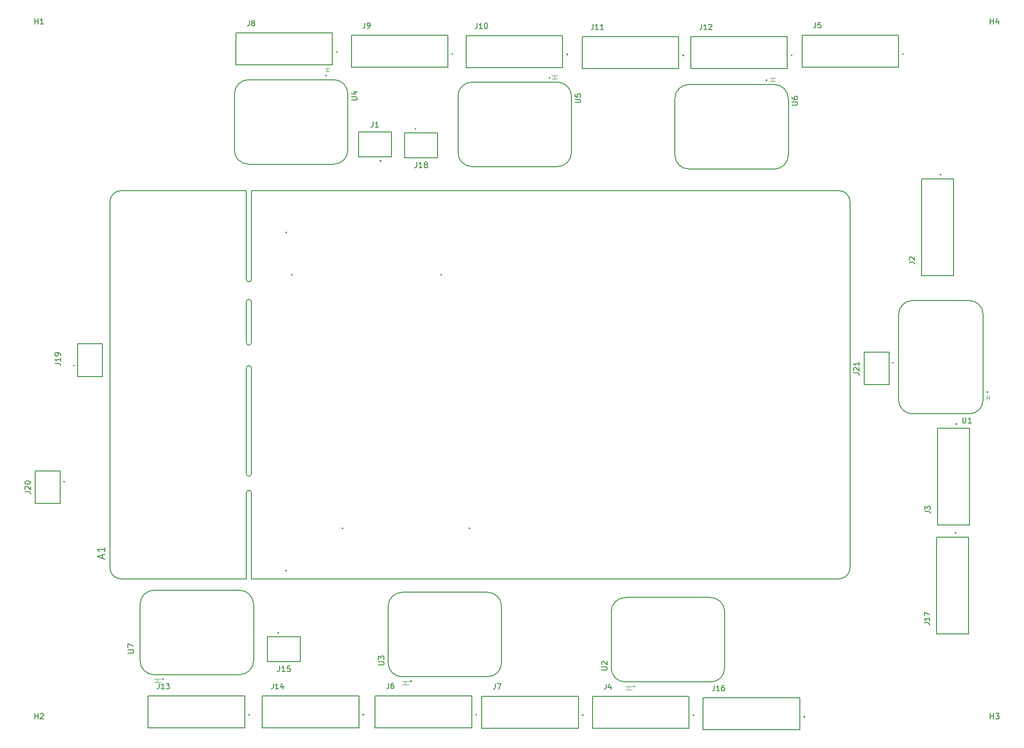
<source format=gbr>
%TF.GenerationSoftware,KiCad,Pcbnew,9.0.2*%
%TF.CreationDate,2025-12-22T22:41:59+05:30*%
%TF.ProjectId,its_a_wrap,6974735f-615f-4777-9261-702e6b696361,rev?*%
%TF.SameCoordinates,Original*%
%TF.FileFunction,Legend,Top*%
%TF.FilePolarity,Positive*%
%FSLAX46Y46*%
G04 Gerber Fmt 4.6, Leading zero omitted, Abs format (unit mm)*
G04 Created by KiCad (PCBNEW 9.0.2) date 2025-12-22 22:41:59*
%MOMM*%
%LPD*%
G01*
G04 APERTURE LIST*
%ADD10C,0.150000*%
%ADD11C,0.127000*%
%ADD12C,0.200000*%
%ADD13C,0.100000*%
G04 APERTURE END LIST*
D10*
X39768095Y-154494819D02*
X39768095Y-153494819D01*
X39768095Y-153971009D02*
X40339523Y-153971009D01*
X40339523Y-154494819D02*
X40339523Y-153494819D01*
X40768095Y-153590057D02*
X40815714Y-153542438D01*
X40815714Y-153542438D02*
X40910952Y-153494819D01*
X40910952Y-153494819D02*
X41149047Y-153494819D01*
X41149047Y-153494819D02*
X41244285Y-153542438D01*
X41244285Y-153542438D02*
X41291904Y-153590057D01*
X41291904Y-153590057D02*
X41339523Y-153685295D01*
X41339523Y-153685295D02*
X41339523Y-153780533D01*
X41339523Y-153780533D02*
X41291904Y-153923390D01*
X41291904Y-153923390D02*
X40720476Y-154494819D01*
X40720476Y-154494819D02*
X41339523Y-154494819D01*
X180435039Y-28934439D02*
X180435039Y-29609355D01*
X180435039Y-29609355D02*
X180390044Y-29744338D01*
X180390044Y-29744338D02*
X180300056Y-29834327D01*
X180300056Y-29834327D02*
X180165072Y-29879321D01*
X180165072Y-29879321D02*
X180075084Y-29879321D01*
X181334926Y-28934439D02*
X180884982Y-28934439D01*
X180884982Y-28934439D02*
X180839988Y-29384383D01*
X180839988Y-29384383D02*
X180884982Y-29339388D01*
X180884982Y-29339388D02*
X180974971Y-29294394D01*
X180974971Y-29294394D02*
X181199943Y-29294394D01*
X181199943Y-29294394D02*
X181289932Y-29339388D01*
X181289932Y-29339388D02*
X181334926Y-29384383D01*
X181334926Y-29384383D02*
X181379921Y-29474371D01*
X181379921Y-29474371D02*
X181379921Y-29699343D01*
X181379921Y-29699343D02*
X181334926Y-29789332D01*
X181334926Y-29789332D02*
X181289932Y-29834327D01*
X181289932Y-29834327D02*
X181199943Y-29879321D01*
X181199943Y-29879321D02*
X180974971Y-29879321D01*
X180974971Y-29879321D02*
X180884982Y-29834327D01*
X180884982Y-29834327D02*
X180839988Y-29789332D01*
X197289439Y-72094960D02*
X197964355Y-72094960D01*
X197964355Y-72094960D02*
X198099338Y-72139955D01*
X198099338Y-72139955D02*
X198189327Y-72229943D01*
X198189327Y-72229943D02*
X198234321Y-72364927D01*
X198234321Y-72364927D02*
X198234321Y-72454915D01*
X197379428Y-71690011D02*
X197334433Y-71645017D01*
X197334433Y-71645017D02*
X197289439Y-71555028D01*
X197289439Y-71555028D02*
X197289439Y-71330056D01*
X197289439Y-71330056D02*
X197334433Y-71240067D01*
X197334433Y-71240067D02*
X197379428Y-71195073D01*
X197379428Y-71195073D02*
X197469416Y-71150078D01*
X197469416Y-71150078D02*
X197559405Y-71150078D01*
X197559405Y-71150078D02*
X197694388Y-71195073D01*
X197694388Y-71195073D02*
X198234321Y-71735005D01*
X198234321Y-71735005D02*
X198234321Y-71150078D01*
X211918095Y-29174819D02*
X211918095Y-28174819D01*
X211918095Y-28651009D02*
X212489523Y-28651009D01*
X212489523Y-29174819D02*
X212489523Y-28174819D01*
X213394285Y-28508152D02*
X213394285Y-29174819D01*
X213156190Y-28127200D02*
X212918095Y-28841485D01*
X212918095Y-28841485D02*
X213537142Y-28841485D01*
X108565476Y-54089819D02*
X108565476Y-54804104D01*
X108565476Y-54804104D02*
X108517857Y-54946961D01*
X108517857Y-54946961D02*
X108422619Y-55042200D01*
X108422619Y-55042200D02*
X108279762Y-55089819D01*
X108279762Y-55089819D02*
X108184524Y-55089819D01*
X109565476Y-55089819D02*
X108994048Y-55089819D01*
X109279762Y-55089819D02*
X109279762Y-54089819D01*
X109279762Y-54089819D02*
X109184524Y-54232676D01*
X109184524Y-54232676D02*
X109089286Y-54327914D01*
X109089286Y-54327914D02*
X108994048Y-54375533D01*
X110136905Y-54518390D02*
X110041667Y-54470771D01*
X110041667Y-54470771D02*
X109994048Y-54423152D01*
X109994048Y-54423152D02*
X109946429Y-54327914D01*
X109946429Y-54327914D02*
X109946429Y-54280295D01*
X109946429Y-54280295D02*
X109994048Y-54185057D01*
X109994048Y-54185057D02*
X110041667Y-54137438D01*
X110041667Y-54137438D02*
X110136905Y-54089819D01*
X110136905Y-54089819D02*
X110327381Y-54089819D01*
X110327381Y-54089819D02*
X110422619Y-54137438D01*
X110422619Y-54137438D02*
X110470238Y-54185057D01*
X110470238Y-54185057D02*
X110517857Y-54280295D01*
X110517857Y-54280295D02*
X110517857Y-54327914D01*
X110517857Y-54327914D02*
X110470238Y-54423152D01*
X110470238Y-54423152D02*
X110422619Y-54470771D01*
X110422619Y-54470771D02*
X110327381Y-54518390D01*
X110327381Y-54518390D02*
X110136905Y-54518390D01*
X110136905Y-54518390D02*
X110041667Y-54566009D01*
X110041667Y-54566009D02*
X109994048Y-54613628D01*
X109994048Y-54613628D02*
X109946429Y-54708866D01*
X109946429Y-54708866D02*
X109946429Y-54899342D01*
X109946429Y-54899342D02*
X109994048Y-54994580D01*
X109994048Y-54994580D02*
X110041667Y-55042200D01*
X110041667Y-55042200D02*
X110136905Y-55089819D01*
X110136905Y-55089819D02*
X110327381Y-55089819D01*
X110327381Y-55089819D02*
X110422619Y-55042200D01*
X110422619Y-55042200D02*
X110470238Y-54994580D01*
X110470238Y-54994580D02*
X110517857Y-54899342D01*
X110517857Y-54899342D02*
X110517857Y-54708866D01*
X110517857Y-54708866D02*
X110470238Y-54613628D01*
X110470238Y-54613628D02*
X110422619Y-54566009D01*
X110422619Y-54566009D02*
X110327381Y-54518390D01*
X52000866Y-125534999D02*
X52000866Y-124868332D01*
X52400866Y-125668332D02*
X51000866Y-125201666D01*
X51000866Y-125201666D02*
X52400866Y-124734999D01*
X52400866Y-123534999D02*
X52400866Y-124334999D01*
X52400866Y-123934999D02*
X51000866Y-123934999D01*
X51000866Y-123934999D02*
X51200866Y-124068332D01*
X51200866Y-124068332D02*
X51334200Y-124201666D01*
X51334200Y-124201666D02*
X51400866Y-124334999D01*
X137099819Y-43336904D02*
X137909342Y-43336904D01*
X137909342Y-43336904D02*
X138004580Y-43289285D01*
X138004580Y-43289285D02*
X138052200Y-43241666D01*
X138052200Y-43241666D02*
X138099819Y-43146428D01*
X138099819Y-43146428D02*
X138099819Y-42955952D01*
X138099819Y-42955952D02*
X138052200Y-42860714D01*
X138052200Y-42860714D02*
X138004580Y-42813095D01*
X138004580Y-42813095D02*
X137909342Y-42765476D01*
X137909342Y-42765476D02*
X137099819Y-42765476D01*
X137099819Y-41813095D02*
X137099819Y-42289285D01*
X137099819Y-42289285D02*
X137576009Y-42336904D01*
X137576009Y-42336904D02*
X137528390Y-42289285D01*
X137528390Y-42289285D02*
X137480771Y-42194047D01*
X137480771Y-42194047D02*
X137480771Y-41955952D01*
X137480771Y-41955952D02*
X137528390Y-41860714D01*
X137528390Y-41860714D02*
X137576009Y-41813095D01*
X137576009Y-41813095D02*
X137671247Y-41765476D01*
X137671247Y-41765476D02*
X137909342Y-41765476D01*
X137909342Y-41765476D02*
X138004580Y-41813095D01*
X138004580Y-41813095D02*
X138052200Y-41860714D01*
X138052200Y-41860714D02*
X138099819Y-41955952D01*
X138099819Y-41955952D02*
X138099819Y-42194047D01*
X138099819Y-42194047D02*
X138052200Y-42289285D01*
X138052200Y-42289285D02*
X138004580Y-42336904D01*
X119472595Y-29034439D02*
X119472595Y-29709355D01*
X119472595Y-29709355D02*
X119427600Y-29844338D01*
X119427600Y-29844338D02*
X119337612Y-29934327D01*
X119337612Y-29934327D02*
X119202628Y-29979321D01*
X119202628Y-29979321D02*
X119112640Y-29979321D01*
X120417477Y-29979321D02*
X119877544Y-29979321D01*
X120147510Y-29979321D02*
X120147510Y-29034439D01*
X120147510Y-29034439D02*
X120057522Y-29169422D01*
X120057522Y-29169422D02*
X119967533Y-29259411D01*
X119967533Y-29259411D02*
X119877544Y-29304405D01*
X121002404Y-29034439D02*
X121092393Y-29034439D01*
X121092393Y-29034439D02*
X121182381Y-29079433D01*
X121182381Y-29079433D02*
X121227376Y-29124428D01*
X121227376Y-29124428D02*
X121272370Y-29214416D01*
X121272370Y-29214416D02*
X121317365Y-29394394D01*
X121317365Y-29394394D02*
X121317365Y-29619366D01*
X121317365Y-29619366D02*
X121272370Y-29799343D01*
X121272370Y-29799343D02*
X121227376Y-29889332D01*
X121227376Y-29889332D02*
X121182381Y-29934327D01*
X121182381Y-29934327D02*
X121092393Y-29979321D01*
X121092393Y-29979321D02*
X121002404Y-29979321D01*
X121002404Y-29979321D02*
X120912415Y-29934327D01*
X120912415Y-29934327D02*
X120867421Y-29889332D01*
X120867421Y-29889332D02*
X120822426Y-29799343D01*
X120822426Y-29799343D02*
X120777432Y-29619366D01*
X120777432Y-29619366D02*
X120777432Y-29394394D01*
X120777432Y-29394394D02*
X120822426Y-29214416D01*
X120822426Y-29214416D02*
X120867421Y-29124428D01*
X120867421Y-29124428D02*
X120912415Y-29079433D01*
X120912415Y-29079433D02*
X121002404Y-29034439D01*
X62172595Y-148084439D02*
X62172595Y-148759355D01*
X62172595Y-148759355D02*
X62127600Y-148894338D01*
X62127600Y-148894338D02*
X62037612Y-148984327D01*
X62037612Y-148984327D02*
X61902628Y-149029321D01*
X61902628Y-149029321D02*
X61812640Y-149029321D01*
X63117477Y-149029321D02*
X62577544Y-149029321D01*
X62847510Y-149029321D02*
X62847510Y-148084439D01*
X62847510Y-148084439D02*
X62757522Y-148219422D01*
X62757522Y-148219422D02*
X62667533Y-148309411D01*
X62667533Y-148309411D02*
X62577544Y-148354405D01*
X63432438Y-148084439D02*
X64017365Y-148084439D01*
X64017365Y-148084439D02*
X63702404Y-148444394D01*
X63702404Y-148444394D02*
X63837387Y-148444394D01*
X63837387Y-148444394D02*
X63927376Y-148489388D01*
X63927376Y-148489388D02*
X63972370Y-148534383D01*
X63972370Y-148534383D02*
X64017365Y-148624371D01*
X64017365Y-148624371D02*
X64017365Y-148849343D01*
X64017365Y-148849343D02*
X63972370Y-148939332D01*
X63972370Y-148939332D02*
X63927376Y-148984327D01*
X63927376Y-148984327D02*
X63837387Y-149029321D01*
X63837387Y-149029321D02*
X63567421Y-149029321D01*
X63567421Y-149029321D02*
X63477432Y-148984327D01*
X63477432Y-148984327D02*
X63432438Y-148939332D01*
X100691666Y-46769819D02*
X100691666Y-47484104D01*
X100691666Y-47484104D02*
X100644047Y-47626961D01*
X100644047Y-47626961D02*
X100548809Y-47722200D01*
X100548809Y-47722200D02*
X100405952Y-47769819D01*
X100405952Y-47769819D02*
X100310714Y-47769819D01*
X101691666Y-47769819D02*
X101120238Y-47769819D01*
X101405952Y-47769819D02*
X101405952Y-46769819D01*
X101405952Y-46769819D02*
X101310714Y-46912676D01*
X101310714Y-46912676D02*
X101215476Y-47007914D01*
X101215476Y-47007914D02*
X101120238Y-47055533D01*
X200154439Y-117064960D02*
X200829355Y-117064960D01*
X200829355Y-117064960D02*
X200964338Y-117109955D01*
X200964338Y-117109955D02*
X201054327Y-117199943D01*
X201054327Y-117199943D02*
X201099321Y-117334927D01*
X201099321Y-117334927D02*
X201099321Y-117424915D01*
X200154439Y-116705005D02*
X200154439Y-116120078D01*
X200154439Y-116120078D02*
X200514394Y-116435039D01*
X200514394Y-116435039D02*
X200514394Y-116300056D01*
X200514394Y-116300056D02*
X200559388Y-116210067D01*
X200559388Y-116210067D02*
X200604383Y-116165073D01*
X200604383Y-116165073D02*
X200694371Y-116120078D01*
X200694371Y-116120078D02*
X200919343Y-116120078D01*
X200919343Y-116120078D02*
X201009332Y-116165073D01*
X201009332Y-116165073D02*
X201054327Y-116210067D01*
X201054327Y-116210067D02*
X201099321Y-116300056D01*
X201099321Y-116300056D02*
X201099321Y-116570022D01*
X201099321Y-116570022D02*
X201054327Y-116660011D01*
X201054327Y-116660011D02*
X201009332Y-116705005D01*
X101693319Y-144719404D02*
X102502842Y-144719404D01*
X102502842Y-144719404D02*
X102598080Y-144671785D01*
X102598080Y-144671785D02*
X102645700Y-144624166D01*
X102645700Y-144624166D02*
X102693319Y-144528928D01*
X102693319Y-144528928D02*
X102693319Y-144338452D01*
X102693319Y-144338452D02*
X102645700Y-144243214D01*
X102645700Y-144243214D02*
X102598080Y-144195595D01*
X102598080Y-144195595D02*
X102502842Y-144147976D01*
X102502842Y-144147976D02*
X101693319Y-144147976D01*
X101693319Y-143767023D02*
X101693319Y-143147976D01*
X101693319Y-143147976D02*
X102074271Y-143481309D01*
X102074271Y-143481309D02*
X102074271Y-143338452D01*
X102074271Y-143338452D02*
X102121890Y-143243214D01*
X102121890Y-143243214D02*
X102169509Y-143195595D01*
X102169509Y-143195595D02*
X102264747Y-143147976D01*
X102264747Y-143147976D02*
X102502842Y-143147976D01*
X102502842Y-143147976D02*
X102598080Y-143195595D01*
X102598080Y-143195595D02*
X102645700Y-143243214D01*
X102645700Y-143243214D02*
X102693319Y-143338452D01*
X102693319Y-143338452D02*
X102693319Y-143624166D01*
X102693319Y-143624166D02*
X102645700Y-143719404D01*
X102645700Y-143719404D02*
X102598080Y-143767023D01*
X200009439Y-137144904D02*
X200684355Y-137144904D01*
X200684355Y-137144904D02*
X200819338Y-137189899D01*
X200819338Y-137189899D02*
X200909327Y-137279887D01*
X200909327Y-137279887D02*
X200954321Y-137414871D01*
X200954321Y-137414871D02*
X200954321Y-137504859D01*
X200954321Y-136200022D02*
X200954321Y-136739955D01*
X200954321Y-136469989D02*
X200009439Y-136469989D01*
X200009439Y-136469989D02*
X200144422Y-136559977D01*
X200144422Y-136559977D02*
X200234411Y-136649966D01*
X200234411Y-136649966D02*
X200279405Y-136739955D01*
X200009439Y-135885061D02*
X200009439Y-135255140D01*
X200009439Y-135255140D02*
X200954321Y-135660089D01*
X82735095Y-148084439D02*
X82735095Y-148759355D01*
X82735095Y-148759355D02*
X82690100Y-148894338D01*
X82690100Y-148894338D02*
X82600112Y-148984327D01*
X82600112Y-148984327D02*
X82465128Y-149029321D01*
X82465128Y-149029321D02*
X82375140Y-149029321D01*
X83679977Y-149029321D02*
X83140044Y-149029321D01*
X83410010Y-149029321D02*
X83410010Y-148084439D01*
X83410010Y-148084439D02*
X83320022Y-148219422D01*
X83320022Y-148219422D02*
X83230033Y-148309411D01*
X83230033Y-148309411D02*
X83140044Y-148354405D01*
X84489876Y-148399400D02*
X84489876Y-149029321D01*
X84264904Y-148039445D02*
X84039932Y-148714360D01*
X84039932Y-148714360D02*
X84624859Y-148714360D01*
X39768095Y-29174819D02*
X39768095Y-28174819D01*
X39768095Y-28651009D02*
X40339523Y-28651009D01*
X40339523Y-29174819D02*
X40339523Y-28174819D01*
X41339523Y-29174819D02*
X40768095Y-29174819D01*
X41053809Y-29174819D02*
X41053809Y-28174819D01*
X41053809Y-28174819D02*
X40958571Y-28317676D01*
X40958571Y-28317676D02*
X40863333Y-28412914D01*
X40863333Y-28412914D02*
X40768095Y-28460533D01*
X187289819Y-92094523D02*
X188004104Y-92094523D01*
X188004104Y-92094523D02*
X188146961Y-92142142D01*
X188146961Y-92142142D02*
X188242200Y-92237380D01*
X188242200Y-92237380D02*
X188289819Y-92380237D01*
X188289819Y-92380237D02*
X188289819Y-92475475D01*
X187385057Y-91665951D02*
X187337438Y-91618332D01*
X187337438Y-91618332D02*
X187289819Y-91523094D01*
X187289819Y-91523094D02*
X187289819Y-91284999D01*
X187289819Y-91284999D02*
X187337438Y-91189761D01*
X187337438Y-91189761D02*
X187385057Y-91142142D01*
X187385057Y-91142142D02*
X187480295Y-91094523D01*
X187480295Y-91094523D02*
X187575533Y-91094523D01*
X187575533Y-91094523D02*
X187718390Y-91142142D01*
X187718390Y-91142142D02*
X188289819Y-91713570D01*
X188289819Y-91713570D02*
X188289819Y-91094523D01*
X188289819Y-90142142D02*
X188289819Y-90713570D01*
X188289819Y-90427856D02*
X187289819Y-90427856D01*
X187289819Y-90427856D02*
X187432676Y-90523094D01*
X187432676Y-90523094D02*
X187527914Y-90618332D01*
X187527914Y-90618332D02*
X187575533Y-90713570D01*
X78435039Y-28559439D02*
X78435039Y-29234355D01*
X78435039Y-29234355D02*
X78390044Y-29369338D01*
X78390044Y-29369338D02*
X78300056Y-29459327D01*
X78300056Y-29459327D02*
X78165072Y-29504321D01*
X78165072Y-29504321D02*
X78075084Y-29504321D01*
X79019966Y-28964388D02*
X78929977Y-28919394D01*
X78929977Y-28919394D02*
X78884982Y-28874400D01*
X78884982Y-28874400D02*
X78839988Y-28784411D01*
X78839988Y-28784411D02*
X78839988Y-28739416D01*
X78839988Y-28739416D02*
X78884982Y-28649428D01*
X78884982Y-28649428D02*
X78929977Y-28604433D01*
X78929977Y-28604433D02*
X79019966Y-28559439D01*
X79019966Y-28559439D02*
X79199943Y-28559439D01*
X79199943Y-28559439D02*
X79289932Y-28604433D01*
X79289932Y-28604433D02*
X79334926Y-28649428D01*
X79334926Y-28649428D02*
X79379921Y-28739416D01*
X79379921Y-28739416D02*
X79379921Y-28784411D01*
X79379921Y-28784411D02*
X79334926Y-28874400D01*
X79334926Y-28874400D02*
X79289932Y-28919394D01*
X79289932Y-28919394D02*
X79199943Y-28964388D01*
X79199943Y-28964388D02*
X79019966Y-28964388D01*
X79019966Y-28964388D02*
X78929977Y-29009383D01*
X78929977Y-29009383D02*
X78884982Y-29054377D01*
X78884982Y-29054377D02*
X78839988Y-29144366D01*
X78839988Y-29144366D02*
X78839988Y-29324343D01*
X78839988Y-29324343D02*
X78884982Y-29414332D01*
X78884982Y-29414332D02*
X78929977Y-29459327D01*
X78929977Y-29459327D02*
X79019966Y-29504321D01*
X79019966Y-29504321D02*
X79199943Y-29504321D01*
X79199943Y-29504321D02*
X79289932Y-29459327D01*
X79289932Y-29459327D02*
X79334926Y-29414332D01*
X79334926Y-29414332D02*
X79379921Y-29324343D01*
X79379921Y-29324343D02*
X79379921Y-29144366D01*
X79379921Y-29144366D02*
X79334926Y-29054377D01*
X79334926Y-29054377D02*
X79289932Y-29009383D01*
X79289932Y-29009383D02*
X79199943Y-28964388D01*
X206943095Y-100126319D02*
X206943095Y-100935842D01*
X206943095Y-100935842D02*
X206990714Y-101031080D01*
X206990714Y-101031080D02*
X207038333Y-101078700D01*
X207038333Y-101078700D02*
X207133571Y-101126319D01*
X207133571Y-101126319D02*
X207324047Y-101126319D01*
X207324047Y-101126319D02*
X207419285Y-101078700D01*
X207419285Y-101078700D02*
X207466904Y-101031080D01*
X207466904Y-101031080D02*
X207514523Y-100935842D01*
X207514523Y-100935842D02*
X207514523Y-100126319D01*
X208514523Y-101126319D02*
X207943095Y-101126319D01*
X208228809Y-101126319D02*
X208228809Y-100126319D01*
X208228809Y-100126319D02*
X208133571Y-100269176D01*
X208133571Y-100269176D02*
X208038333Y-100364414D01*
X208038333Y-100364414D02*
X207943095Y-100412033D01*
X103535039Y-148059439D02*
X103535039Y-148734355D01*
X103535039Y-148734355D02*
X103490044Y-148869338D01*
X103490044Y-148869338D02*
X103400056Y-148959327D01*
X103400056Y-148959327D02*
X103265072Y-149004321D01*
X103265072Y-149004321D02*
X103175084Y-149004321D01*
X104389932Y-148059439D02*
X104209954Y-148059439D01*
X104209954Y-148059439D02*
X104119966Y-148104433D01*
X104119966Y-148104433D02*
X104074971Y-148149428D01*
X104074971Y-148149428D02*
X103984982Y-148284411D01*
X103984982Y-148284411D02*
X103939988Y-148464388D01*
X103939988Y-148464388D02*
X103939988Y-148824343D01*
X103939988Y-148824343D02*
X103984982Y-148914332D01*
X103984982Y-148914332D02*
X104029977Y-148959327D01*
X104029977Y-148959327D02*
X104119966Y-149004321D01*
X104119966Y-149004321D02*
X104299943Y-149004321D01*
X104299943Y-149004321D02*
X104389932Y-148959327D01*
X104389932Y-148959327D02*
X104434926Y-148914332D01*
X104434926Y-148914332D02*
X104479921Y-148824343D01*
X104479921Y-148824343D02*
X104479921Y-148599371D01*
X104479921Y-148599371D02*
X104434926Y-148509383D01*
X104434926Y-148509383D02*
X104389932Y-148464388D01*
X104389932Y-148464388D02*
X104299943Y-148419394D01*
X104299943Y-148419394D02*
X104119966Y-148419394D01*
X104119966Y-148419394D02*
X104029977Y-148464388D01*
X104029977Y-148464388D02*
X103984982Y-148509383D01*
X103984982Y-148509383D02*
X103939988Y-148599371D01*
X83875476Y-144949819D02*
X83875476Y-145664104D01*
X83875476Y-145664104D02*
X83827857Y-145806961D01*
X83827857Y-145806961D02*
X83732619Y-145902200D01*
X83732619Y-145902200D02*
X83589762Y-145949819D01*
X83589762Y-145949819D02*
X83494524Y-145949819D01*
X84875476Y-145949819D02*
X84304048Y-145949819D01*
X84589762Y-145949819D02*
X84589762Y-144949819D01*
X84589762Y-144949819D02*
X84494524Y-145092676D01*
X84494524Y-145092676D02*
X84399286Y-145187914D01*
X84399286Y-145187914D02*
X84304048Y-145235533D01*
X85780238Y-144949819D02*
X85304048Y-144949819D01*
X85304048Y-144949819D02*
X85256429Y-145426009D01*
X85256429Y-145426009D02*
X85304048Y-145378390D01*
X85304048Y-145378390D02*
X85399286Y-145330771D01*
X85399286Y-145330771D02*
X85637381Y-145330771D01*
X85637381Y-145330771D02*
X85732619Y-145378390D01*
X85732619Y-145378390D02*
X85780238Y-145426009D01*
X85780238Y-145426009D02*
X85827857Y-145521247D01*
X85827857Y-145521247D02*
X85827857Y-145759342D01*
X85827857Y-145759342D02*
X85780238Y-145854580D01*
X85780238Y-145854580D02*
X85732619Y-145902200D01*
X85732619Y-145902200D02*
X85637381Y-145949819D01*
X85637381Y-145949819D02*
X85399286Y-145949819D01*
X85399286Y-145949819D02*
X85304048Y-145902200D01*
X85304048Y-145902200D02*
X85256429Y-145854580D01*
X96816319Y-42904404D02*
X97625842Y-42904404D01*
X97625842Y-42904404D02*
X97721080Y-42856785D01*
X97721080Y-42856785D02*
X97768700Y-42809166D01*
X97768700Y-42809166D02*
X97816319Y-42713928D01*
X97816319Y-42713928D02*
X97816319Y-42523452D01*
X97816319Y-42523452D02*
X97768700Y-42428214D01*
X97768700Y-42428214D02*
X97721080Y-42380595D01*
X97721080Y-42380595D02*
X97625842Y-42332976D01*
X97625842Y-42332976D02*
X96816319Y-42332976D01*
X97149652Y-41428214D02*
X97816319Y-41428214D01*
X96768700Y-41666309D02*
X97482985Y-41904404D01*
X97482985Y-41904404D02*
X97482985Y-41285357D01*
X162185095Y-148459439D02*
X162185095Y-149134355D01*
X162185095Y-149134355D02*
X162140100Y-149269338D01*
X162140100Y-149269338D02*
X162050112Y-149359327D01*
X162050112Y-149359327D02*
X161915128Y-149404321D01*
X161915128Y-149404321D02*
X161825140Y-149404321D01*
X163129977Y-149404321D02*
X162590044Y-149404321D01*
X162860010Y-149404321D02*
X162860010Y-148459439D01*
X162860010Y-148459439D02*
X162770022Y-148594422D01*
X162770022Y-148594422D02*
X162680033Y-148684411D01*
X162680033Y-148684411D02*
X162590044Y-148729405D01*
X163939876Y-148459439D02*
X163759898Y-148459439D01*
X163759898Y-148459439D02*
X163669910Y-148504433D01*
X163669910Y-148504433D02*
X163624915Y-148549428D01*
X163624915Y-148549428D02*
X163534926Y-148684411D01*
X163534926Y-148684411D02*
X163489932Y-148864388D01*
X163489932Y-148864388D02*
X163489932Y-149224343D01*
X163489932Y-149224343D02*
X163534926Y-149314332D01*
X163534926Y-149314332D02*
X163579921Y-149359327D01*
X163579921Y-149359327D02*
X163669910Y-149404321D01*
X163669910Y-149404321D02*
X163849887Y-149404321D01*
X163849887Y-149404321D02*
X163939876Y-149359327D01*
X163939876Y-149359327D02*
X163984870Y-149314332D01*
X163984870Y-149314332D02*
X164029865Y-149224343D01*
X164029865Y-149224343D02*
X164029865Y-148999371D01*
X164029865Y-148999371D02*
X163984870Y-148909383D01*
X163984870Y-148909383D02*
X163939876Y-148864388D01*
X163939876Y-148864388D02*
X163849887Y-148819394D01*
X163849887Y-148819394D02*
X163669910Y-148819394D01*
X163669910Y-148819394D02*
X163579921Y-148864388D01*
X163579921Y-148864388D02*
X163534926Y-148909383D01*
X163534926Y-148909383D02*
X163489932Y-148999371D01*
X141879819Y-145666904D02*
X142689342Y-145666904D01*
X142689342Y-145666904D02*
X142784580Y-145619285D01*
X142784580Y-145619285D02*
X142832200Y-145571666D01*
X142832200Y-145571666D02*
X142879819Y-145476428D01*
X142879819Y-145476428D02*
X142879819Y-145285952D01*
X142879819Y-145285952D02*
X142832200Y-145190714D01*
X142832200Y-145190714D02*
X142784580Y-145143095D01*
X142784580Y-145143095D02*
X142689342Y-145095476D01*
X142689342Y-145095476D02*
X141879819Y-145095476D01*
X141975057Y-144666904D02*
X141927438Y-144619285D01*
X141927438Y-144619285D02*
X141879819Y-144524047D01*
X141879819Y-144524047D02*
X141879819Y-144285952D01*
X141879819Y-144285952D02*
X141927438Y-144190714D01*
X141927438Y-144190714D02*
X141975057Y-144143095D01*
X141975057Y-144143095D02*
X142070295Y-144095476D01*
X142070295Y-144095476D02*
X142165533Y-144095476D01*
X142165533Y-144095476D02*
X142308390Y-144143095D01*
X142308390Y-144143095D02*
X142879819Y-144714523D01*
X142879819Y-144714523D02*
X142879819Y-144095476D01*
X99235039Y-28959439D02*
X99235039Y-29634355D01*
X99235039Y-29634355D02*
X99190044Y-29769338D01*
X99190044Y-29769338D02*
X99100056Y-29859327D01*
X99100056Y-29859327D02*
X98965072Y-29904321D01*
X98965072Y-29904321D02*
X98875084Y-29904321D01*
X99729977Y-29904321D02*
X99909954Y-29904321D01*
X99909954Y-29904321D02*
X99999943Y-29859327D01*
X99999943Y-29859327D02*
X100044937Y-29814332D01*
X100044937Y-29814332D02*
X100134926Y-29679349D01*
X100134926Y-29679349D02*
X100179921Y-29499371D01*
X100179921Y-29499371D02*
X100179921Y-29139416D01*
X100179921Y-29139416D02*
X100134926Y-29049428D01*
X100134926Y-29049428D02*
X100089932Y-29004433D01*
X100089932Y-29004433D02*
X99999943Y-28959439D01*
X99999943Y-28959439D02*
X99819966Y-28959439D01*
X99819966Y-28959439D02*
X99729977Y-29004433D01*
X99729977Y-29004433D02*
X99684982Y-29049428D01*
X99684982Y-29049428D02*
X99639988Y-29139416D01*
X99639988Y-29139416D02*
X99639988Y-29364388D01*
X99639988Y-29364388D02*
X99684982Y-29454377D01*
X99684982Y-29454377D02*
X99729977Y-29499371D01*
X99729977Y-29499371D02*
X99819966Y-29544366D01*
X99819966Y-29544366D02*
X99999943Y-29544366D01*
X99999943Y-29544366D02*
X100089932Y-29499371D01*
X100089932Y-29499371D02*
X100134926Y-29454377D01*
X100134926Y-29454377D02*
X100179921Y-29364388D01*
X140385095Y-29209439D02*
X140385095Y-29884355D01*
X140385095Y-29884355D02*
X140340100Y-30019338D01*
X140340100Y-30019338D02*
X140250112Y-30109327D01*
X140250112Y-30109327D02*
X140115128Y-30154321D01*
X140115128Y-30154321D02*
X140025140Y-30154321D01*
X141329977Y-30154321D02*
X140790044Y-30154321D01*
X141060010Y-30154321D02*
X141060010Y-29209439D01*
X141060010Y-29209439D02*
X140970022Y-29344422D01*
X140970022Y-29344422D02*
X140880033Y-29434411D01*
X140880033Y-29434411D02*
X140790044Y-29479405D01*
X142229865Y-30154321D02*
X141689932Y-30154321D01*
X141959898Y-30154321D02*
X141959898Y-29209439D01*
X141959898Y-29209439D02*
X141869910Y-29344422D01*
X141869910Y-29344422D02*
X141779921Y-29434411D01*
X141779921Y-29434411D02*
X141689932Y-29479405D01*
X43384819Y-90379523D02*
X44099104Y-90379523D01*
X44099104Y-90379523D02*
X44241961Y-90427142D01*
X44241961Y-90427142D02*
X44337200Y-90522380D01*
X44337200Y-90522380D02*
X44384819Y-90665237D01*
X44384819Y-90665237D02*
X44384819Y-90760475D01*
X44384819Y-89379523D02*
X44384819Y-89950951D01*
X44384819Y-89665237D02*
X43384819Y-89665237D01*
X43384819Y-89665237D02*
X43527676Y-89760475D01*
X43527676Y-89760475D02*
X43622914Y-89855713D01*
X43622914Y-89855713D02*
X43670533Y-89950951D01*
X44384819Y-88903332D02*
X44384819Y-88712856D01*
X44384819Y-88712856D02*
X44337200Y-88617618D01*
X44337200Y-88617618D02*
X44289580Y-88569999D01*
X44289580Y-88569999D02*
X44146723Y-88474761D01*
X44146723Y-88474761D02*
X43956247Y-88427142D01*
X43956247Y-88427142D02*
X43575295Y-88427142D01*
X43575295Y-88427142D02*
X43480057Y-88474761D01*
X43480057Y-88474761D02*
X43432438Y-88522380D01*
X43432438Y-88522380D02*
X43384819Y-88617618D01*
X43384819Y-88617618D02*
X43384819Y-88808094D01*
X43384819Y-88808094D02*
X43432438Y-88903332D01*
X43432438Y-88903332D02*
X43480057Y-88950951D01*
X43480057Y-88950951D02*
X43575295Y-88998570D01*
X43575295Y-88998570D02*
X43813390Y-88998570D01*
X43813390Y-88998570D02*
X43908628Y-88950951D01*
X43908628Y-88950951D02*
X43956247Y-88903332D01*
X43956247Y-88903332D02*
X44003866Y-88808094D01*
X44003866Y-88808094D02*
X44003866Y-88617618D01*
X44003866Y-88617618D02*
X43956247Y-88522380D01*
X43956247Y-88522380D02*
X43908628Y-88474761D01*
X43908628Y-88474761D02*
X43813390Y-88427142D01*
X37969819Y-113534523D02*
X38684104Y-113534523D01*
X38684104Y-113534523D02*
X38826961Y-113582142D01*
X38826961Y-113582142D02*
X38922200Y-113677380D01*
X38922200Y-113677380D02*
X38969819Y-113820237D01*
X38969819Y-113820237D02*
X38969819Y-113915475D01*
X38065057Y-113105951D02*
X38017438Y-113058332D01*
X38017438Y-113058332D02*
X37969819Y-112963094D01*
X37969819Y-112963094D02*
X37969819Y-112724999D01*
X37969819Y-112724999D02*
X38017438Y-112629761D01*
X38017438Y-112629761D02*
X38065057Y-112582142D01*
X38065057Y-112582142D02*
X38160295Y-112534523D01*
X38160295Y-112534523D02*
X38255533Y-112534523D01*
X38255533Y-112534523D02*
X38398390Y-112582142D01*
X38398390Y-112582142D02*
X38969819Y-113153570D01*
X38969819Y-113153570D02*
X38969819Y-112534523D01*
X37969819Y-111915475D02*
X37969819Y-111820237D01*
X37969819Y-111820237D02*
X38017438Y-111724999D01*
X38017438Y-111724999D02*
X38065057Y-111677380D01*
X38065057Y-111677380D02*
X38160295Y-111629761D01*
X38160295Y-111629761D02*
X38350771Y-111582142D01*
X38350771Y-111582142D02*
X38588866Y-111582142D01*
X38588866Y-111582142D02*
X38779342Y-111629761D01*
X38779342Y-111629761D02*
X38874580Y-111677380D01*
X38874580Y-111677380D02*
X38922200Y-111724999D01*
X38922200Y-111724999D02*
X38969819Y-111820237D01*
X38969819Y-111820237D02*
X38969819Y-111915475D01*
X38969819Y-111915475D02*
X38922200Y-112010713D01*
X38922200Y-112010713D02*
X38874580Y-112058332D01*
X38874580Y-112058332D02*
X38779342Y-112105951D01*
X38779342Y-112105951D02*
X38588866Y-112153570D01*
X38588866Y-112153570D02*
X38350771Y-112153570D01*
X38350771Y-112153570D02*
X38160295Y-112105951D01*
X38160295Y-112105951D02*
X38065057Y-112058332D01*
X38065057Y-112058332D02*
X38017438Y-112010713D01*
X38017438Y-112010713D02*
X37969819Y-111915475D01*
X122735039Y-148159439D02*
X122735039Y-148834355D01*
X122735039Y-148834355D02*
X122690044Y-148969338D01*
X122690044Y-148969338D02*
X122600056Y-149059327D01*
X122600056Y-149059327D02*
X122465072Y-149104321D01*
X122465072Y-149104321D02*
X122375084Y-149104321D01*
X123094994Y-148159439D02*
X123724915Y-148159439D01*
X123724915Y-148159439D02*
X123319966Y-149104321D01*
X56554819Y-142581904D02*
X57364342Y-142581904D01*
X57364342Y-142581904D02*
X57459580Y-142534285D01*
X57459580Y-142534285D02*
X57507200Y-142486666D01*
X57507200Y-142486666D02*
X57554819Y-142391428D01*
X57554819Y-142391428D02*
X57554819Y-142200952D01*
X57554819Y-142200952D02*
X57507200Y-142105714D01*
X57507200Y-142105714D02*
X57459580Y-142058095D01*
X57459580Y-142058095D02*
X57364342Y-142010476D01*
X57364342Y-142010476D02*
X56554819Y-142010476D01*
X56554819Y-141629523D02*
X56554819Y-140962857D01*
X56554819Y-140962857D02*
X57554819Y-141391428D01*
X176176319Y-43776904D02*
X176985842Y-43776904D01*
X176985842Y-43776904D02*
X177081080Y-43729285D01*
X177081080Y-43729285D02*
X177128700Y-43681666D01*
X177128700Y-43681666D02*
X177176319Y-43586428D01*
X177176319Y-43586428D02*
X177176319Y-43395952D01*
X177176319Y-43395952D02*
X177128700Y-43300714D01*
X177128700Y-43300714D02*
X177081080Y-43253095D01*
X177081080Y-43253095D02*
X176985842Y-43205476D01*
X176985842Y-43205476D02*
X176176319Y-43205476D01*
X176176319Y-42300714D02*
X176176319Y-42491190D01*
X176176319Y-42491190D02*
X176223938Y-42586428D01*
X176223938Y-42586428D02*
X176271557Y-42634047D01*
X176271557Y-42634047D02*
X176414414Y-42729285D01*
X176414414Y-42729285D02*
X176604890Y-42776904D01*
X176604890Y-42776904D02*
X176985842Y-42776904D01*
X176985842Y-42776904D02*
X177081080Y-42729285D01*
X177081080Y-42729285D02*
X177128700Y-42681666D01*
X177128700Y-42681666D02*
X177176319Y-42586428D01*
X177176319Y-42586428D02*
X177176319Y-42395952D01*
X177176319Y-42395952D02*
X177128700Y-42300714D01*
X177128700Y-42300714D02*
X177081080Y-42253095D01*
X177081080Y-42253095D02*
X176985842Y-42205476D01*
X176985842Y-42205476D02*
X176747747Y-42205476D01*
X176747747Y-42205476D02*
X176652509Y-42253095D01*
X176652509Y-42253095D02*
X176604890Y-42300714D01*
X176604890Y-42300714D02*
X176557271Y-42395952D01*
X176557271Y-42395952D02*
X176557271Y-42586428D01*
X176557271Y-42586428D02*
X176604890Y-42681666D01*
X176604890Y-42681666D02*
X176652509Y-42729285D01*
X176652509Y-42729285D02*
X176747747Y-42776904D01*
X142685039Y-148184439D02*
X142685039Y-148859355D01*
X142685039Y-148859355D02*
X142640044Y-148994338D01*
X142640044Y-148994338D02*
X142550056Y-149084327D01*
X142550056Y-149084327D02*
X142415072Y-149129321D01*
X142415072Y-149129321D02*
X142325084Y-149129321D01*
X143539932Y-148499400D02*
X143539932Y-149129321D01*
X143314960Y-148139445D02*
X143089988Y-148814360D01*
X143089988Y-148814360D02*
X143674915Y-148814360D01*
X211918095Y-154494819D02*
X211918095Y-153494819D01*
X211918095Y-153971009D02*
X212489523Y-153971009D01*
X212489523Y-154494819D02*
X212489523Y-153494819D01*
X212870476Y-153494819D02*
X213489523Y-153494819D01*
X213489523Y-153494819D02*
X213156190Y-153875771D01*
X213156190Y-153875771D02*
X213299047Y-153875771D01*
X213299047Y-153875771D02*
X213394285Y-153923390D01*
X213394285Y-153923390D02*
X213441904Y-153971009D01*
X213441904Y-153971009D02*
X213489523Y-154066247D01*
X213489523Y-154066247D02*
X213489523Y-154304342D01*
X213489523Y-154304342D02*
X213441904Y-154399580D01*
X213441904Y-154399580D02*
X213394285Y-154447200D01*
X213394285Y-154447200D02*
X213299047Y-154494819D01*
X213299047Y-154494819D02*
X213013333Y-154494819D01*
X213013333Y-154494819D02*
X212918095Y-154447200D01*
X212918095Y-154447200D02*
X212870476Y-154399580D01*
X159905095Y-29219439D02*
X159905095Y-29894355D01*
X159905095Y-29894355D02*
X159860100Y-30029338D01*
X159860100Y-30029338D02*
X159770112Y-30119327D01*
X159770112Y-30119327D02*
X159635128Y-30164321D01*
X159635128Y-30164321D02*
X159545140Y-30164321D01*
X160849977Y-30164321D02*
X160310044Y-30164321D01*
X160580010Y-30164321D02*
X160580010Y-29219439D01*
X160580010Y-29219439D02*
X160490022Y-29354422D01*
X160490022Y-29354422D02*
X160400033Y-29444411D01*
X160400033Y-29444411D02*
X160310044Y-29489405D01*
X161209932Y-29309428D02*
X161254926Y-29264433D01*
X161254926Y-29264433D02*
X161344915Y-29219439D01*
X161344915Y-29219439D02*
X161569887Y-29219439D01*
X161569887Y-29219439D02*
X161659876Y-29264433D01*
X161659876Y-29264433D02*
X161704870Y-29309428D01*
X161704870Y-29309428D02*
X161749865Y-29399416D01*
X161749865Y-29399416D02*
X161749865Y-29489405D01*
X161749865Y-29489405D02*
X161704870Y-29624388D01*
X161704870Y-29624388D02*
X161164938Y-30164321D01*
X161164938Y-30164321D02*
X161749865Y-30164321D01*
D11*
%TO.C,J5*%
X178000000Y-31175000D02*
X195400000Y-31175000D01*
X178000000Y-36925000D02*
X178000000Y-31175000D01*
X195400000Y-31175000D02*
X195400000Y-36925000D01*
X195400000Y-36925000D02*
X178000000Y-36925000D01*
D12*
X196300000Y-34575000D02*
G75*
G02*
X196100000Y-34575000I-100000J0D01*
G01*
X196100000Y-34575000D02*
G75*
G02*
X196300000Y-34575000I100000J0D01*
G01*
D11*
%TO.C,J2*%
X199530000Y-57130000D02*
X205280000Y-57130000D01*
X199530000Y-74530000D02*
X199530000Y-57130000D01*
X205280000Y-57130000D02*
X205280000Y-74530000D01*
X205280000Y-74530000D02*
X199530000Y-74530000D01*
D12*
X203030000Y-56330000D02*
G75*
G02*
X202830000Y-56330000I-100000J0D01*
G01*
X202830000Y-56330000D02*
G75*
G02*
X203030000Y-56330000I100000J0D01*
G01*
D11*
%TO.C,J18*%
X106400000Y-48800000D02*
X112300000Y-48800000D01*
X106400000Y-53300000D02*
X106400000Y-48800000D01*
X112300000Y-48800000D02*
X112300000Y-53300000D01*
X112300000Y-53300000D02*
X106400000Y-53300000D01*
D12*
X108450000Y-48100000D02*
G75*
G02*
X108250000Y-48100000I-100000J0D01*
G01*
X108250000Y-48100000D02*
G75*
G02*
X108450000Y-48100000I100000J0D01*
G01*
D11*
%TO.C,A1*%
X53310000Y-61230000D02*
X53310000Y-127230000D01*
X55310000Y-129230000D02*
X77870000Y-129230000D01*
X77870000Y-59230000D02*
X55310000Y-59230000D01*
X77870000Y-75230800D02*
X77870000Y-59230000D01*
X77870000Y-86610000D02*
X77870000Y-79294800D01*
X77870000Y-110232000D02*
X77870000Y-91232800D01*
X77870000Y-129230000D02*
X77870000Y-113737200D01*
X78810000Y-75230800D02*
X78810000Y-59230000D01*
X78810000Y-86610000D02*
X78810000Y-79294800D01*
X78810000Y-110232000D02*
X78810000Y-91232800D01*
X78810000Y-129230000D02*
X78810000Y-113737200D01*
X78810000Y-129230000D02*
X184650000Y-129230000D01*
X184650000Y-59230000D02*
X78810000Y-59230000D01*
X186650000Y-127230000D02*
X186650000Y-61230000D01*
X53310000Y-61230000D02*
G75*
G02*
X55310000Y-59230000I2000000J0D01*
G01*
X55310000Y-129230000D02*
G75*
G02*
X53310000Y-127230000I-1J1999999D01*
G01*
X77870000Y-79294799D02*
G75*
G02*
X78810000Y-79294800I470000J-7461D01*
G01*
X77870000Y-91232799D02*
G75*
G02*
X78810000Y-91232800I470000J-7461D01*
G01*
X77870000Y-113737199D02*
G75*
G02*
X78810000Y-113737200I470000J-7462D01*
G01*
X78810000Y-75230801D02*
G75*
G02*
X77870000Y-75230800I-470000J7461D01*
G01*
X78810000Y-86610001D02*
G75*
G02*
X77870000Y-86610000I-470000J7461D01*
G01*
X78810000Y-110232001D02*
G75*
G02*
X77870000Y-110232000I-470000J7462D01*
G01*
X184650000Y-59230000D02*
G75*
G02*
X186650000Y-61230000I0J-2000000D01*
G01*
X186650000Y-127230000D02*
G75*
G02*
X184650000Y-129230000I-1999999J-1D01*
G01*
D12*
X85150000Y-127730000D02*
G75*
G02*
X84950000Y-127730000I-100000J0D01*
G01*
X84950000Y-127730000D02*
G75*
G02*
X85150000Y-127730000I100000J0D01*
G01*
X85175400Y-66770000D02*
G75*
G02*
X84975400Y-66770000I-100000J0D01*
G01*
X84975400Y-66770000D02*
G75*
G02*
X85175400Y-66770000I100000J0D01*
G01*
X86166000Y-74390000D02*
G75*
G02*
X85966000Y-74390000I-100000J0D01*
G01*
X85966000Y-74390000D02*
G75*
G02*
X86166000Y-74390000I100000J0D01*
G01*
X95310000Y-120110000D02*
G75*
G02*
X95110000Y-120110000I-100000J0D01*
G01*
X95110000Y-120110000D02*
G75*
G02*
X95310000Y-120110000I100000J0D01*
G01*
X113090000Y-74390000D02*
G75*
G02*
X112890000Y-74390000I-100000J0D01*
G01*
X112890000Y-74390000D02*
G75*
G02*
X113090000Y-74390000I100000J0D01*
G01*
X118170000Y-120110000D02*
G75*
G02*
X117970000Y-120110000I-100000J0D01*
G01*
X117970000Y-120110000D02*
G75*
G02*
X118170000Y-120110000I100000J0D01*
G01*
D11*
%TO.C,U5*%
X116010000Y-42190000D02*
X116010000Y-52350000D01*
X118551500Y-54890000D02*
X133917000Y-54890000D01*
D13*
X132933500Y-38470000D02*
X133433500Y-38470000D01*
X133433500Y-38470000D02*
X133433500Y-39070000D01*
X133433500Y-39070000D02*
X133933500Y-39070000D01*
D11*
X133917000Y-39650000D02*
X118551500Y-39650000D01*
D13*
X133933500Y-38470000D02*
X132933500Y-38470000D01*
X133933500Y-39070000D02*
X132933500Y-39070000D01*
D11*
X136457000Y-52350000D02*
X136457000Y-42190000D01*
X116010000Y-42190000D02*
G75*
G02*
X118551500Y-39650000I2540750J-750D01*
G01*
X118551500Y-54890000D02*
G75*
G02*
X116010000Y-52350000I-750J2540750D01*
G01*
X133917000Y-39650000D02*
G75*
G02*
X136457000Y-42190000I-1J-2540001D01*
G01*
X136457000Y-52350000D02*
G75*
G02*
X133917000Y-54890000I-2540000J0D01*
G01*
D12*
X132620000Y-38900000D02*
G75*
G02*
X132420000Y-38900000I-100000J0D01*
G01*
X132420000Y-38900000D02*
G75*
G02*
X132620000Y-38900000I100000J0D01*
G01*
D11*
%TO.C,J10*%
X117487500Y-31275000D02*
X134887500Y-31275000D01*
X117487500Y-37025000D02*
X117487500Y-31275000D01*
X134887500Y-31275000D02*
X134887500Y-37025000D01*
X134887500Y-37025000D02*
X117487500Y-37025000D01*
D12*
X135787500Y-34675000D02*
G75*
G02*
X135587500Y-34675000I-100000J0D01*
G01*
X135587500Y-34675000D02*
G75*
G02*
X135787500Y-34675000I100000J0D01*
G01*
D11*
%TO.C,J13*%
X60187500Y-150325000D02*
X77587500Y-150325000D01*
X60187500Y-156075000D02*
X60187500Y-150325000D01*
X77587500Y-150325000D02*
X77587500Y-156075000D01*
X77587500Y-156075000D02*
X60187500Y-156075000D01*
D12*
X78487500Y-153725000D02*
G75*
G02*
X78287500Y-153725000I-100000J0D01*
G01*
X78287500Y-153725000D02*
G75*
G02*
X78487500Y-153725000I100000J0D01*
G01*
D11*
%TO.C,J1*%
X98100000Y-48650000D02*
X104000000Y-48650000D01*
X98100000Y-53150000D02*
X98100000Y-48650000D01*
X104000000Y-48650000D02*
X104000000Y-53150000D01*
X104000000Y-53150000D02*
X98100000Y-53150000D01*
D12*
X102150000Y-53850000D02*
G75*
G02*
X101950000Y-53850000I-100000J0D01*
G01*
X101950000Y-53850000D02*
G75*
G02*
X102150000Y-53850000I100000J0D01*
G01*
D11*
%TO.C,J3*%
X202395000Y-102100000D02*
X208145000Y-102100000D01*
X202395000Y-119500000D02*
X202395000Y-102100000D01*
X208145000Y-102100000D02*
X208145000Y-119500000D01*
X208145000Y-119500000D02*
X202395000Y-119500000D01*
D12*
X205895000Y-101300000D02*
G75*
G02*
X205695000Y-101300000I-100000J0D01*
G01*
X205695000Y-101300000D02*
G75*
G02*
X205895000Y-101300000I100000J0D01*
G01*
D11*
%TO.C,U3*%
X103426500Y-134182500D02*
X103426500Y-144342500D01*
D13*
X105950000Y-147662500D02*
X107150000Y-147662500D01*
D11*
X105966500Y-146882500D02*
X121332000Y-146882500D01*
D13*
X105966500Y-148262500D02*
X107150000Y-148262500D01*
X106558250Y-147662500D02*
X105950000Y-147662500D01*
X106558250Y-147662500D02*
X106550000Y-148262500D01*
X107150000Y-148262500D02*
X106558250Y-148262500D01*
D11*
X121332000Y-131642500D02*
X105966500Y-131642500D01*
X123873500Y-144342500D02*
X123873500Y-134182500D01*
X103426500Y-134182500D02*
G75*
G02*
X105966500Y-131642500I2540000J0D01*
G01*
X105966500Y-146882500D02*
G75*
G02*
X103426500Y-144342500I1J2540001D01*
G01*
X121332000Y-131642500D02*
G75*
G02*
X123873500Y-134182500I750J-2540750D01*
G01*
X123873500Y-144342500D02*
G75*
G02*
X121332000Y-146882500I-2540750J750D01*
G01*
D12*
X107650000Y-147662500D02*
G75*
G02*
X107450000Y-147662500I-100000J0D01*
G01*
X107450000Y-147662500D02*
G75*
G02*
X107650000Y-147662500I100000J0D01*
G01*
D11*
%TO.C,J17*%
X202250000Y-121730000D02*
X208000000Y-121730000D01*
X202250000Y-139130000D02*
X202250000Y-121730000D01*
X208000000Y-121730000D02*
X208000000Y-139130000D01*
X208000000Y-139130000D02*
X202250000Y-139130000D01*
D12*
X205750000Y-120930000D02*
G75*
G02*
X205550000Y-120930000I-100000J0D01*
G01*
X205550000Y-120930000D02*
G75*
G02*
X205750000Y-120930000I100000J0D01*
G01*
D11*
%TO.C,J14*%
X80750000Y-150325000D02*
X98150000Y-150325000D01*
X80750000Y-156075000D02*
X80750000Y-150325000D01*
X98150000Y-150325000D02*
X98150000Y-156075000D01*
X98150000Y-156075000D02*
X80750000Y-156075000D01*
D12*
X99050000Y-153725000D02*
G75*
G02*
X98850000Y-153725000I-100000J0D01*
G01*
X98850000Y-153725000D02*
G75*
G02*
X99050000Y-153725000I100000J0D01*
G01*
D11*
%TO.C,J21*%
X189170000Y-88310000D02*
X193670000Y-88310000D01*
X189170000Y-94210000D02*
X189170000Y-88310000D01*
X193670000Y-88310000D02*
X193670000Y-94210000D01*
X193670000Y-94210000D02*
X189170000Y-94210000D01*
D12*
X194470000Y-90260000D02*
G75*
G02*
X194270000Y-90260000I-100000J0D01*
G01*
X194270000Y-90260000D02*
G75*
G02*
X194470000Y-90260000I100000J0D01*
G01*
D11*
%TO.C,J8*%
X76000000Y-30800000D02*
X93400000Y-30800000D01*
X76000000Y-36550000D02*
X76000000Y-30800000D01*
X93400000Y-30800000D02*
X93400000Y-36550000D01*
X93400000Y-36550000D02*
X76000000Y-36550000D01*
D12*
X94300000Y-34200000D02*
G75*
G02*
X94100000Y-34200000I-100000J0D01*
G01*
X94100000Y-34200000D02*
G75*
G02*
X94300000Y-34200000I100000J0D01*
G01*
D11*
%TO.C,U1*%
X195390000Y-81578000D02*
X195390000Y-96943500D01*
X197930000Y-99483500D02*
X208090000Y-99483500D01*
X208090000Y-79036500D02*
X197930000Y-79036500D01*
X210630000Y-96943500D02*
X210630000Y-81578000D01*
D13*
X211310000Y-96551750D02*
X211310000Y-96960000D01*
X211310000Y-96551750D02*
X211710000Y-96560000D01*
X211310000Y-96960000D02*
X211310000Y-96160000D01*
X211710000Y-96160000D02*
X211710000Y-96551750D01*
X211710000Y-96943499D02*
X211710000Y-96160000D01*
D11*
X195390000Y-81578000D02*
G75*
G02*
X197930000Y-79036500I2540750J750D01*
G01*
X197930000Y-99483500D02*
G75*
G02*
X195390000Y-96943500I0J2540000D01*
G01*
X208090000Y-79036500D02*
G75*
G02*
X210630000Y-81578000I-750J-2540750D01*
G01*
X210630000Y-96943500D02*
G75*
G02*
X208090000Y-99483500I-2540001J1D01*
G01*
D12*
X211480000Y-95546500D02*
G75*
G02*
X211280000Y-95546500I-100000J0D01*
G01*
X211280000Y-95546500D02*
G75*
G02*
X211480000Y-95546500I100000J0D01*
G01*
D11*
%TO.C,J6*%
X101100000Y-150300000D02*
X118500000Y-150300000D01*
X101100000Y-156050000D02*
X101100000Y-150300000D01*
X118500000Y-150300000D02*
X118500000Y-156050000D01*
X118500000Y-156050000D02*
X101100000Y-156050000D01*
D12*
X119400000Y-153700000D02*
G75*
G02*
X119200000Y-153700000I-100000J0D01*
G01*
X119200000Y-153700000D02*
G75*
G02*
X119400000Y-153700000I100000J0D01*
G01*
D11*
%TO.C,J15*%
X81710000Y-139660000D02*
X87610000Y-139660000D01*
X81710000Y-144160000D02*
X81710000Y-139660000D01*
X87610000Y-139660000D02*
X87610000Y-144160000D01*
X87610000Y-144160000D02*
X81710000Y-144160000D01*
D12*
X83760000Y-138960000D02*
G75*
G02*
X83560000Y-138960000I-100000J0D01*
G01*
X83560000Y-138960000D02*
G75*
G02*
X83760000Y-138960000I100000J0D01*
G01*
D11*
%TO.C,U4*%
X75726500Y-41757500D02*
X75726500Y-51917500D01*
X78268000Y-54457500D02*
X93633500Y-54457500D01*
D13*
X92450000Y-37237500D02*
X92850000Y-37237500D01*
X92450000Y-37737500D02*
X92450000Y-37237500D01*
X92450000Y-37737500D02*
X92850000Y-37737500D01*
X92850000Y-37237500D02*
X92150000Y-37237500D01*
X92850000Y-37737500D02*
X92150000Y-37737500D01*
D11*
X93633500Y-39217500D02*
X78268000Y-39217500D01*
X96173500Y-51917500D02*
X96173500Y-41757500D01*
X75726500Y-41757500D02*
G75*
G02*
X78268000Y-39217500I2540750J-750D01*
G01*
X78268000Y-54457500D02*
G75*
G02*
X75726500Y-51917500I-750J2540750D01*
G01*
X93633500Y-39217500D02*
G75*
G02*
X96173500Y-41757500I-1J-2540001D01*
G01*
X96173500Y-51917500D02*
G75*
G02*
X93633500Y-54457500I-2540000J0D01*
G01*
D12*
X92336500Y-38467500D02*
G75*
G02*
X92136500Y-38467500I-100000J0D01*
G01*
X92136500Y-38467500D02*
G75*
G02*
X92336500Y-38467500I100000J0D01*
G01*
D11*
%TO.C,J16*%
X160200000Y-150700000D02*
X177600000Y-150700000D01*
X160200000Y-156450000D02*
X160200000Y-150700000D01*
X177600000Y-150700000D02*
X177600000Y-156450000D01*
X177600000Y-156450000D02*
X160200000Y-156450000D01*
D12*
X178500000Y-154100000D02*
G75*
G02*
X178300000Y-154100000I-100000J0D01*
G01*
X178300000Y-154100000D02*
G75*
G02*
X178500000Y-154100000I100000J0D01*
G01*
D11*
%TO.C,U2*%
X143613000Y-135130000D02*
X143613000Y-145290000D01*
D13*
X146136500Y-148610000D02*
X147336500Y-148610000D01*
D11*
X146153000Y-147830000D02*
X161518500Y-147830000D01*
D13*
X146153000Y-149210000D02*
X147336500Y-149210000D01*
X146744750Y-148610000D02*
X146136500Y-148610000D01*
X146744750Y-148610000D02*
X146736500Y-149210000D01*
X147336500Y-149210000D02*
X146744750Y-149210000D01*
D11*
X161518500Y-132590000D02*
X146153000Y-132590000D01*
X164060000Y-145290000D02*
X164060000Y-135130000D01*
X143613000Y-135130000D02*
G75*
G02*
X146153000Y-132590000I2540000J0D01*
G01*
X146153000Y-147830000D02*
G75*
G02*
X143613000Y-145290000I1J2540001D01*
G01*
X161518500Y-132590000D02*
G75*
G02*
X164060000Y-135130000I750J-2540750D01*
G01*
X164060000Y-145290000D02*
G75*
G02*
X161518500Y-147830000I-2540750J750D01*
G01*
D12*
X147836500Y-148610000D02*
G75*
G02*
X147636500Y-148610000I-100000J0D01*
G01*
X147636500Y-148610000D02*
G75*
G02*
X147836500Y-148610000I100000J0D01*
G01*
D11*
%TO.C,J9*%
X96800000Y-31200000D02*
X114200000Y-31200000D01*
X96800000Y-36950000D02*
X96800000Y-31200000D01*
X114200000Y-31200000D02*
X114200000Y-36950000D01*
X114200000Y-36950000D02*
X96800000Y-36950000D01*
D12*
X115100000Y-34600000D02*
G75*
G02*
X114900000Y-34600000I-100000J0D01*
G01*
X114900000Y-34600000D02*
G75*
G02*
X115100000Y-34600000I100000J0D01*
G01*
D11*
%TO.C,J11*%
X138400000Y-31450000D02*
X155800000Y-31450000D01*
X138400000Y-37200000D02*
X138400000Y-31450000D01*
X155800000Y-31450000D02*
X155800000Y-37200000D01*
X155800000Y-37200000D02*
X138400000Y-37200000D01*
D12*
X156700000Y-34850000D02*
G75*
G02*
X156500000Y-34850000I-100000J0D01*
G01*
X156500000Y-34850000D02*
G75*
G02*
X156700000Y-34850000I100000J0D01*
G01*
D11*
%TO.C,J19*%
X47500000Y-86820000D02*
X52000000Y-86820000D01*
X47500000Y-92720000D02*
X47500000Y-86820000D01*
X52000000Y-86820000D02*
X52000000Y-92720000D01*
X52000000Y-92720000D02*
X47500000Y-92720000D01*
D12*
X46900000Y-90770000D02*
G75*
G02*
X46700000Y-90770000I-100000J0D01*
G01*
X46700000Y-90770000D02*
G75*
G02*
X46900000Y-90770000I100000J0D01*
G01*
D11*
%TO.C,J20*%
X39850000Y-109750000D02*
X44350000Y-109750000D01*
X39850000Y-115650000D02*
X39850000Y-109750000D01*
X44350000Y-109750000D02*
X44350000Y-115650000D01*
X44350000Y-115650000D02*
X39850000Y-115650000D01*
D12*
X45150000Y-111700000D02*
G75*
G02*
X44950000Y-111700000I-100000J0D01*
G01*
X44950000Y-111700000D02*
G75*
G02*
X45150000Y-111700000I100000J0D01*
G01*
D11*
%TO.C,J7*%
X120300000Y-150400000D02*
X137700000Y-150400000D01*
X120300000Y-156150000D02*
X120300000Y-150400000D01*
X137700000Y-150400000D02*
X137700000Y-156150000D01*
X137700000Y-156150000D02*
X120300000Y-156150000D01*
D12*
X138600000Y-153800000D02*
G75*
G02*
X138400000Y-153800000I-100000J0D01*
G01*
X138400000Y-153800000D02*
G75*
G02*
X138600000Y-153800000I100000J0D01*
G01*
D11*
%TO.C,U7*%
X58733000Y-133810000D02*
X58733000Y-143970000D01*
D13*
X61256500Y-147290000D02*
X62456500Y-147290000D01*
D11*
X61273000Y-146510000D02*
X76638500Y-146510000D01*
D13*
X61273000Y-147890000D02*
X62456500Y-147890000D01*
X61864750Y-147290000D02*
X61256500Y-147290000D01*
X61864750Y-147290000D02*
X61856500Y-147890000D01*
X62456500Y-147890000D02*
X61864750Y-147890000D01*
D11*
X76638500Y-131270000D02*
X61273000Y-131270000D01*
X79180000Y-143970000D02*
X79180000Y-133810000D01*
X58733000Y-133810000D02*
G75*
G02*
X61273000Y-131270000I2540000J0D01*
G01*
X61273000Y-146510000D02*
G75*
G02*
X58733000Y-143970000I1J2540001D01*
G01*
X76638500Y-131270000D02*
G75*
G02*
X79180000Y-133810000I750J-2540750D01*
G01*
X79180000Y-143970000D02*
G75*
G02*
X76638500Y-146510000I-2540750J750D01*
G01*
D12*
X62956500Y-147290000D02*
G75*
G02*
X62756500Y-147290000I-100000J0D01*
G01*
X62756500Y-147290000D02*
G75*
G02*
X62956500Y-147290000I100000J0D01*
G01*
D11*
%TO.C,U6*%
X155086500Y-42630000D02*
X155086500Y-52790000D01*
X157628000Y-55330000D02*
X172993500Y-55330000D01*
D13*
X172260000Y-38910000D02*
X172710000Y-38910000D01*
X172710000Y-39510000D02*
X172710000Y-38910000D01*
X172710000Y-39510000D02*
X173160000Y-39510000D01*
D11*
X172993500Y-40090000D02*
X157628000Y-40090000D01*
D13*
X173160000Y-38910000D02*
X172260000Y-38910000D01*
X173160000Y-39510000D02*
X172260000Y-39510000D01*
D11*
X175533500Y-52790000D02*
X175533500Y-42630000D01*
X155086500Y-42630000D02*
G75*
G02*
X157628000Y-40090000I2540750J-750D01*
G01*
X157628000Y-55330000D02*
G75*
G02*
X155086500Y-52790000I-750J2540750D01*
G01*
X172993500Y-40090000D02*
G75*
G02*
X175533500Y-42630000I-1J-2540001D01*
G01*
X175533500Y-52790000D02*
G75*
G02*
X172993500Y-55330000I-2540000J0D01*
G01*
D12*
X171696500Y-39340000D02*
G75*
G02*
X171496500Y-39340000I-100000J0D01*
G01*
X171496500Y-39340000D02*
G75*
G02*
X171696500Y-39340000I100000J0D01*
G01*
D11*
%TO.C,J4*%
X140250000Y-150425000D02*
X157650000Y-150425000D01*
X140250000Y-156175000D02*
X140250000Y-150425000D01*
X157650000Y-150425000D02*
X157650000Y-156175000D01*
X157650000Y-156175000D02*
X140250000Y-156175000D01*
D12*
X158550000Y-153825000D02*
G75*
G02*
X158350000Y-153825000I-100000J0D01*
G01*
X158350000Y-153825000D02*
G75*
G02*
X158550000Y-153825000I100000J0D01*
G01*
D11*
%TO.C,J12*%
X157920000Y-31460000D02*
X175320000Y-31460000D01*
X157920000Y-37210000D02*
X157920000Y-31460000D01*
X175320000Y-31460000D02*
X175320000Y-37210000D01*
X175320000Y-37210000D02*
X157920000Y-37210000D01*
D12*
X176220000Y-34860000D02*
G75*
G02*
X176020000Y-34860000I-100000J0D01*
G01*
X176020000Y-34860000D02*
G75*
G02*
X176220000Y-34860000I100000J0D01*
G01*
%TD*%
M02*

</source>
